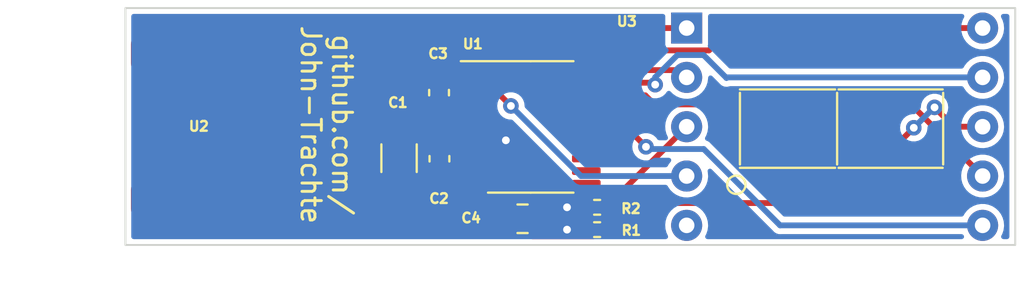
<source format=kicad_pcb>
(kicad_pcb (version 20211014) (generator pcbnew)
  (title_block (title "Career Fair Spring 24 Handout") (date "2024-01-09") (rev "0.11") (company "Johnathan Trachte"))
  (layers (0 "F.Cu" signal) (31 "B.Cu" signal) (34 "B.Paste" user) (35 "F.Paste" user) (36 "B.SilkS" user "B.Silkscreen") (37 "F.SilkS" user "F.Silkscreen") (38 "B.Mask" user) (39 "F.Mask" user) (44 "Edge.Cuts" user))
  (net 0 "")
  (net 1 "GND")
  (net 2 "/NRST")
  (net 3 "Net-(R1-Pad1)")
  (net 4 "Net-(R2-Pad1)")
  (net 5 "D")
  (net 6 "E")
  (net 7 "F")
  (net 13 "G")
  (net 14 "A")
  (net 15 "B")
  (net 16 "C")
  (net 22 "/VCAP")
  (net 23 "+5V")
  (footprint "PCB-USB:PCB-USB-PWR-connector" (layer "F.Cu") (at 132.525 93.94)
    (fp_text reference "U2" (at -0.005 -0.01 unlocked) (layer "F.SilkS") (effects (font (size 0.5 0.5) (thickness 0.125))))
    (fp_text value "PCB-USB-PWR-connector")
    (pad "1" smd roundrect (at 0 3.75) (size 7 2) (layers "F.Cu" "F.Paste" "F.Mask") (net 23 "+5V"))
    (pad "2" smd roundrect (at 0 -3.75) (size 7 2) (layers "F.Cu" "F.Paste" "F.Mask") (net 1 "GND"))
    (zone (net 0) (net_name "") (layer "F.Cu") (connect_pads (clearance 0)) (min_thickness 0.254)
      (keepout (tracks allowed) (vias allowed) (pads not_allowed) (copperpour not_allowed) (footprints not_allowed))
      (fill (thermal_gap 0.508) (thermal_bridge_width 0.508))
      (polygon (pts (xy 141.415 98.512) (xy 136.335 98.512) (xy 136.335 89.368) (xy 141.415 89.368)))
    )
  )
  (footprint "Package_SO:TSSOP-20_4.4x6.5mm_P0.65mm" (layer "F.Cu") (at 149.61 93.96)
    (fp_text reference "U1" (at -2.98 -4.27) (layer "F.SilkS") (effects (font (size 0.5 0.5) (thickness 0.125))))
    (fp_text value "STM8S103F3P")
    (fp_line (start 0 3.385) (end -2.2 3.385) (layer "F.SilkS") (width 0.12))
    (fp_line (start 0 -3.385) (end -3.6 -3.385) (layer "F.SilkS") (width 0.12))
    (fp_line (start 0 3.385) (end 2.2 3.385) (layer "F.SilkS") (width 0.12))
    (fp_line (start 0 -3.385) (end 2.2 -3.385) (layer "F.SilkS") (width 0.12))
    (pad "1" smd roundrect (at -2.8625 -2.925) (size 1.475 0.4) (layers "F.Cu" "F.Paste" "F.Mask") (net 6 "E"))
    (pad "2" smd roundrect (at -2.8625 -2.275) (size 1.475 0.4) (layers "F.Cu" "F.Paste" "F.Mask") (net 13 "G"))
    (pad "3" smd roundrect (at -2.8625 -1.625) (size 1.475 0.4) (layers "F.Cu" "F.Paste" "F.Mask") (net 16 "C"))
    (pad "4" smd roundrect (at -2.8625 -0.975) (size 1.475 0.4) (layers "F.Cu" "F.Paste" "F.Mask") (net 2 "/NRST"))
    (pad "5" smd roundrect (at -2.8625 -0.325) (size 1.475 0.4) (layers "F.Cu" "F.Paste" "F.Mask"))
    (pad "6" smd roundrect (at -2.8625 0.325) (size 1.475 0.4) (layers "F.Cu" "F.Paste" "F.Mask"))
    (pad "7" smd roundrect (at -2.8625 0.975) (size 1.475 0.4) (layers "F.Cu" "F.Paste" "F.Mask") (net 1 "GND"))
    (pad "8" smd roundrect (at -2.8625 1.625) (size 1.475 0.4) (layers "F.Cu" "F.Paste" "F.Mask") (net 22 "/VCAP"))
    (pad "9" smd roundrect (at -2.8625 2.275) (size 1.475 0.4) (layers "F.Cu" "F.Paste" "F.Mask") (net 23 "+5V"))
    (pad "10" smd roundrect (at -2.8625 2.925) (size 1.475 0.4) (layers "F.Cu" "F.Paste" "F.Mask"))
    (pad "11" smd roundrect (at 2.8625 2.925) (size 1.475 0.4) (layers "F.Cu" "F.Paste" "F.Mask"))
    (pad "12" smd roundrect (at 2.8625 2.275) (size 1.475 0.4) (layers "F.Cu" "F.Paste" "F.Mask"))
    (pad "13" smd roundrect (at 2.8625 1.625) (size 1.475 0.4) (layers "F.Cu" "F.Paste" "F.Mask"))
    (pad "14" smd roundrect (at 2.8625 0.975) (size 1.475 0.4) (layers "F.Cu" "F.Paste" "F.Mask"))
    (pad "15" smd roundrect (at 2.8625 0.325) (size 1.475 0.4) (layers "F.Cu" "F.Paste" "F.Mask"))
    (pad "16" smd roundrect (at 2.8625 -0.325) (size 1.475 0.4) (layers "F.Cu" "F.Paste" "F.Mask"))
    (pad "17" smd roundrect (at 2.8625 -0.975) (size 1.475 0.4) (layers "F.Cu" "F.Paste" "F.Mask") (net 15 "B"))
    (pad "18" smd roundrect (at 2.8625 -1.625) (size 1.475 0.4) (layers "F.Cu" "F.Paste" "F.Mask") (net 14 "A"))
    (pad "19" smd roundrect (at 2.8625 -2.275) (size 1.475 0.4) (layers "F.Cu" "F.Paste" "F.Mask") (net 7 "F"))
    (pad "20" smd roundrect (at 2.8625 -2.925) (size 1.475 0.4) (layers "F.Cu" "F.Paste" "F.Mask") (net 5 "D"))
  )
  (footprint "Capacitor_SMD:C_0603_1608Metric" (layer "F.Cu") (at 144.91 95.6 90)
    (fp_text reference "C2" (at -2.05 -0.02) (layer "F.SilkS") (effects (font (size 0.5 0.5) (thickness 0.125))))
    (fp_text value "100nF")
    (fp_line (start -0.14058 0.51) (end 0.14058 0.51) (layer "F.SilkS") (width 0.12))
    (fp_line (start -0.14058 -0.51) (end 0.14058 -0.51) (layer "F.SilkS") (width 0.12))
    (pad "1" smd roundrect (at -0.775 0 90) (size 0.9 0.95) (layers "F.Cu" "F.Paste" "F.Mask") (net 23 "+5V"))
    (pad "2" smd roundrect (at 0.775 0 90) (size 0.9 0.95) (layers "F.Cu" "F.Paste" "F.Mask") (net 1 "GND"))
  )
  (footprint "Capacitor_SMD:C_1206_3216Metric" (layer "F.Cu") (at 142.83 95.57 90)
    (fp_text reference "C1" (at 2.86 -0.06) (layer "F.SilkS") (effects (font (size 0.5 0.5) (thickness 0.125))))
    (fp_text value "100uF")
    (fp_line (start -0.711252 0.91) (end 0.711252 0.91) (layer "F.SilkS") (width 0.12))
    (fp_line (start -0.711252 -0.91) (end 0.711252 -0.91) (layer "F.SilkS") (width 0.12))
    (pad "1" smd roundrect (at -1.475 0 90) (size 1.15 1.8) (layers "F.Cu" "F.Paste" "F.Mask") (roundrect_rratio 0.217391) (net 23 "+5V"))
    (pad "2" smd roundrect (at 1.475 0 90) (size 1.15 1.8) (layers "F.Cu" "F.Paste" "F.Mask") (roundrect_rratio 0.217391) (net 1 "GND"))
  )
  (footprint "Capacitor_SMD:C_0805_2012Metric" (layer "F.Cu") (at 149.19 98.69)
    (fp_text reference "C4" (at -2.65 -0.04 180) (layer "F.SilkS") (effects (font (size 0.5 0.5) (thickness 0.125))))
    (fp_text value "500nF")
    (fp_line (start -0.261252 -0.735) (end 0.261252 -0.735) (layer "F.SilkS") (width 0.12))
    (fp_line (start -0.261252 0.735) (end 0.261252 0.735) (layer "F.SilkS") (width 0.12))
    (pad "1" smd roundrect (at -0.95 0) (size 1 1.45) (layers "F.Cu" "F.Paste" "F.Mask") (net 22 "/VCAP"))
    (pad "2" smd roundrect (at 0.95 0) (size 1 1.45) (layers "F.Cu" "F.Paste" "F.Mask") (net 1 "GND"))
  )
  (footprint "Resistor_SMD:R_0402_1005Metric" (layer "F.Cu") (at 153.03 98.1 180)
    (fp_text reference "R2" (at -1.74 -0.07 180) (layer "F.SilkS") (effects (font (size 0.5 0.5) (thickness 0.125))))
    (fp_text value "1kR")
    (fp_line (start -0.153641 -0.38) (end 0.153641 -0.38) (layer "F.SilkS") (width 0.12))
    (fp_line (start -0.153641 0.38) (end 0.153641 0.38) (layer "F.SilkS") (width 0.12))
    (pad "1" smd roundrect (at -0.51 0 180) (size 0.54 0.64) (layers "F.Cu" "F.Paste" "F.Mask") (net 4 "Net-(R2-Pad1)"))
    (pad "2" smd roundrect (at 0.51 0 180) (size 0.54 0.64) (layers "F.Cu" "F.Paste" "F.Mask") (net 1 "GND"))
  )
  (footprint "Display_7Segment:D1X8K" (layer "F.Cu") (at 157.64 88.87)
    (fp_text reference "U3" (at -3.08 -0.34) (layer "F.SilkS") (effects (font (size 0.5 0.5) (thickness 0.125))))
    (fp_text value "D168K")
    (fp_line (start 2.7438 3.3372) (end 2.7438 7.0202) (layer "F.SilkS") (width 0.12))
    (fp_line (start 13.1832 7.198) (end 7.8238 7.198) (layer "F.SilkS") (width 0.12))
    (fp_line (start 7.646 3.1594) (end 2.7438 3.1594) (layer "F.SilkS") (width 0.12))
    (fp_line (start 7.7476 3.3372) (end 7.7476 7.0202) (layer "F.SilkS") (width 0.12))
    (fp_line (start 13.2086 3.3372) (end 13.2086 7.0202) (layer "F.SilkS") (width 0.12))
    (fp_line (start 13.1832 3.1594) (end 7.8238 3.1594) (layer "F.SilkS") (width 0.12))
    (fp_line (start 7.646 7.198) (end 2.7438 7.198) (layer "F.SilkS") (width 0.12))
    (fp_circle (center 2.557533 8.07) (end 2.836933 7.689) (layer "F.SilkS") (width 0.12) (fill none))
    (pad "1" thru_hole rect (at 0 0 270) (size 1.6 1.6) (drill 0.8) (layers *.Cu *.Mask) (net 6 "E"))
    (pad "2" thru_hole circle (at 0 2.54 270) (size 1.6 1.6) (drill 0.8) (layers *.Cu *.Mask) (net 5 "D"))
    (pad "3" thru_hole circle (at 0 5.08 270) (size 1.6 1.6) (drill 0.8) (layers *.Cu *.Mask) (net 4 "Net-(R2-Pad1)"))
    (pad "4" thru_hole circle (at 0 7.62 270) (size 1.6 1.6) (drill 0.8) (layers *.Cu *.Mask) (net 16 "C"))
    (pad "5" thru_hole circle (at 0 10.16 270) (size 1.6 1.6) (drill 0.8) (layers *.Cu *.Mask))
    (pad "6" thru_hole circle (at 15.24 10.16 270) (size 1.6 1.6) (drill 0.8) (layers *.Cu *.Mask) (net 15 "B"))
    (pad "7" thru_hole circle (at 15.24 7.62 270) (size 1.6 1.6) (drill 0.8) (layers *.Cu *.Mask) (net 14 "A"))
    (pad "8" thru_hole circle (at 15.24 5.08 270) (size 1.6 1.6) (drill 0.8) (layers *.Cu *.Mask) (net 3 "Net-(R1-Pad1)"))
    (pad "9" thru_hole circle (at 15.24 2.54 270) (size 1.6 1.6) (drill 0.8) (layers *.Cu *.Mask) (net 7 "F"))
    (pad "10" thru_hole circle (at 15.24 0 270) (size 1.6 1.6) (drill 0.8) (layers *.Cu *.Mask) (net 13 "G"))
  )
  (footprint "Capacitor_SMD:C_0603_1608Metric" (layer "F.Cu") (at 144.89 92.195 90)
    (fp_text reference "C3" (at 2.005 -0.05 180) (layer "F.SilkS") (effects (font (size 0.5 0.5) (thickness 0.125))))
    (fp_text value "1uF")
    (fp_line (start -0.14058 -0.51) (end 0.14058 -0.51) (layer "F.SilkS") (width 0.12))
    (fp_line (start -0.14058 0.51) (end 0.14058 0.51) (layer "F.SilkS") (width 0.12))
    (pad "1" smd roundrect (at -0.775 0 90) (size 0.9 0.95) (layers "F.Cu" "F.Paste" "F.Mask") (net 2 "/NRST"))
    (pad "2" smd roundrect (at 0.775 0 90) (size 0.9 0.95) (layers "F.Cu" "F.Paste" "F.Mask") (net 1 "GND"))
  )
  (footprint "Resistor_SMD:R_0402_1005Metric" (layer "F.Cu") (at 153.03 99.25 180)
    (fp_text reference "R1" (at -1.76 -0.04 180) (layer "F.SilkS") (effects (font (size 0.5 0.5) (thickness 0.125))))
    (fp_text value "1kR")
    (fp_line (start -0.153641 -0.38) (end 0.153641 -0.38) (layer "F.SilkS") (width 0.12))
    (fp_line (start -0.153641 0.38) (end 0.153641 0.38) (layer "F.SilkS") (width 0.12))
    (pad "1" smd roundrect (at -0.51 0 180) (size 0.54 0.64) (layers "F.Cu" "F.Paste" "F.Mask") (net 3 "Net-(R1-Pad1)"))
    (pad "2" smd roundrect (at 0.51 0 180) (size 0.54 0.64) (layers "F.Cu" "F.Paste" "F.Mask") (net 1 "GND"))
  )
  (gr_rect (start 128.74 87.84) (end 174.56 100.04) (layer "Edge.Cuts") (width 0.1) (fill none))
  (gr_text "github.com/\nJohn-Trachte" (at 139.09 93.85 270) (layer "F.SilkS") (effects (font (size 1 1))))
  (segment (start 132.525 90.19) (end 143.66 90.19) (width 0.5) (layer "F.Cu") (net 1))
  (segment (start 145.02 94.935) (end 146.7475 94.935) (width 0.3) (layer "F.Cu") (net 1))
  (segment (start 148.045 94.935) (end 148.33 94.65) (width 0.3) (layer "F.Cu") (net 1))
  (segment (start 144.91 94.825) (end 145.02 94.935) (width 0.3) (layer "F.Cu") (net 1))
  (segment (start 143.66 90.19) (end 144.89 91.42) (width 0.5) (layer "F.Cu") (net 1))
  (segment (start 135.09 90.19) (end 138.995 94.095) (width 0.5) (layer "F.Cu") (net 1))
  (segment (start 132.525 90.19) (end 135.09 90.19) (width 0.5) (layer "F.Cu") (net 1))
  (segment (start 146.7475 94.935) (end 148.045 94.935) (width 0.3) (layer "F.Cu") (net 1))
  (segment (start 138.995 94.095) (end 142.83 94.095) (width 0.5) (layer "F.Cu") (net 1))
  (segment (start 144.18 94.095) (end 144.91 94.825) (width 0.5) (layer "F.Cu") (net 1))
  (segment (start 142.83 94.095) (end 144.18 94.095) (width 0.5) (layer "F.Cu") (net 1))
  (via (at 151.48 99.25) (size 0.8) (drill 0.4) (layers "F.Cu" "B.Cu") (net 1))
  (via (at 148.33 94.65) (size 0.8) (drill 0.4) (layers "F.Cu" "B.Cu") (net 1))
  (via (at 151.48 98.1) (size 0.8) (drill 0.4) (layers "F.Cu" "B.Cu") (net 1))
  (segment (start 144.89 92.97) (end 146.7325 92.97) (width 0.3) (layer "F.Cu") (net 2))
  (segment (start 146.7325 92.97) (end 146.7475 92.985) (width 0.3) (layer "F.Cu") (net 2))
  (segment (start 165.459511 97.880489) (end 154.909511 97.880489) (width 0.3) (layer "F.Cu") (net 3))
  (segment (start 169.335023 94.004977) (end 165.459511 97.880489) (width 0.3) (layer "F.Cu") (net 3))
  (segment (start 154.909511 97.880489) (end 153.54 99.25) (width 0.3) (layer "F.Cu") (net 3))
  (segment (start 171.399954 93.95) (end 170.404977 92.955023) (width 0.3) (layer "F.Cu") (net 3))
  (segment (start 172.88 93.95) (end 171.399954 93.95) (width 0.3) (layer "F.Cu") (net 3))
  (via (at 169.335023 94.004977) (size 0.8) (drill 0.4) (layers "F.Cu" "B.Cu") (net 3))
  (via (at 170.404977 92.955023) (size 0.8) (drill 0.4) (layers "F.Cu" "B.Cu") (net 3))
  (segment (start 170.404977 92.955023) (end 170.384977 92.955023) (width 0.3) (layer "B.Cu") (net 3))
  (segment (start 170.384977 92.955023) (end 169.335023 94.004977) (width 0.3) (layer "B.Cu") (net 3))
  (segment (start 153.54 98.05) (end 153.54 98.1) (width 0.3) (layer "F.Cu") (net 4))
  (segment (start 157.64 93.95) (end 153.54 98.05) (width 0.3) (layer "F.Cu") (net 4))
  (segment (start 157.265 91.035) (end 157.64 91.41) (width 0.3) (layer "F.Cu") (net 5))
  (segment (start 152.4725 91.035) (end 157.265 91.035) (width 0.3) (layer "F.Cu") (net 5))
  (segment (start 148.9125 88.87) (end 157.64 88.87) (width 0.3) (layer "F.Cu") (net 6))
  (segment (start 146.7475 91.035) (end 148.9125 88.87) (width 0.3) (layer "F.Cu") (net 6))
  (segment (start 152.4725 91.685) (end 155.9205 91.685) (width 0.3) (layer "F.Cu") (net 7))
  (segment (start 155.9205 91.685) (end 156.02 91.7845) (width 0.3) (layer "F.Cu") (net 7))
  (via (at 156.02 91.7845) (size 0.8) (drill 0.4) (layers "F.Cu" "B.Cu") (net 7))
  (segment (start 159.69 91.44) (end 159.72 91.41) (width 0.3) (layer "B.Cu") (net 7))
  (segment (start 157.164345 90.26) (end 158.51 90.26) (width 0.3) (layer "B.Cu") (net 7))
  (segment (start 156.02 91.7845) (end 156.02 91.404345) (width 0.3) (layer "B.Cu") (net 7))
  (segment (start 156.02 91.404345) (end 157.164345 90.26) (width 0.3) (layer "B.Cu") (net 7))
  (segment (start 158.51 90.26) (end 159.69 91.44) (width 0.3) (layer "B.Cu") (net 7))
  (segment (start 159.72 91.41) (end 172.88 91.41) (width 0.3) (layer "B.Cu") (net 7))
  (segment (start 148.47 90.685717) (end 147.470717 91.685) (width 0.3) (layer "F.Cu") (net 13))
  (segment (start 158.789511 90.019511) (end 148.730489 90.019511) (width 0.3) (layer "F.Cu") (net 13))
  (segment (start 147.470717 91.685) (end 146.7475 91.685) (width 0.3) (layer "F.Cu") (net 13))
  (segment (start 148.730489 90.019511) (end 148.47 90.28) (width 0.3) (layer "F.Cu") (net 13))
  (segment (start 159.939022 88.87) (end 158.789511 90.019511) (width 0.3) (layer "F.Cu") (net 13))
  (segment (start 148.47 90.28) (end 148.47 90.685717) (width 0.3) (layer "F.Cu") (net 13))
  (segment (start 172.88 88.87) (end 159.939022 88.87) (width 0.3) (layer "F.Cu") (net 13))
  (segment (start 169.190489 92.800489) (end 172.88 96.49) (width 0.3) (layer "F.Cu") (net 14))
  (segment (start 155.51053 92.335) (end 155.976019 92.800489) (width 0.3) (layer "F.Cu") (net 14))
  (segment (start 155.976019 92.800489) (end 169.190489 92.800489) (width 0.3) (layer "F.Cu") (net 14))
  (segment (start 152.4725 92.335) (end 155.51053 92.335) (width 0.3) (layer "F.Cu") (net 14))
  (segment (start 153.545 92.985) (end 155.545023 94.985023) (width 0.3) (layer "F.Cu") (net 15))
  (segment (start 152.4725 92.985) (end 153.545 92.985) (width 0.3) (layer "F.Cu") (net 15))
  (via (at 155.545023 94.985023) (size 0.8) (drill 0.4) (layers "F.Cu" "B.Cu") (net 15))
  (segment (start 155.659511 95.099511) (end 158.519511 95.099511) (width 0.3) (layer "B.Cu") (net 15))
  (segment (start 155.545023 94.985023) (end 155.659511 95.099511) (width 0.3) (layer "B.Cu") (net 15))
  (segment (start 158.519511 95.099511) (end 162.45 99.03) (width 0.3) (layer "B.Cu") (net 15))
  (segment (start 162.45 99.03) (end 172.88 99.03) (width 0.3) (layer "B.Cu") (net 15))
  (segment (start 146.7475 92.335) (end 148.045 92.335) (width 0.3) (layer "F.Cu") (net 16))
  (segment (start 148.045 92.335) (end 148.59 92.88) (width 0.3) (layer "F.Cu") (net 16))
  (via (at 148.59 92.88) (size 0.8) (drill 0.4) (layers "F.Cu" "B.Cu") (net 16))
  (segment (start 148.59 92.88) (end 152.2 96.49) (width 0.3) (layer "B.Cu") (net 16))
  (segment (start 152.2 96.49) (end 157.64 96.49) (width 0.3) (layer "B.Cu") (net 16))
  (segment (start 148.24 95.82) (end 148.005 95.585) (width 0.3) (layer "F.Cu") (net 22))
  (segment (start 148.24 98.69) (end 148.24 95.82) (width 0.3) (layer "F.Cu") (net 22))
  (segment (start 148.005 95.585) (end 146.7475 95.585) (width 0.3) (layer "F.Cu") (net 22))
  (segment (start 144.91 96.375) (end 145.05 96.235) (width 0.3) (layer "F.Cu") (net 23))
  (segment (start 144.24 97.045) (end 144.91 96.375) (width 0.5) (layer "F.Cu") (net 23))
  (segment (start 132.525 97.69) (end 142.185 97.69) (width 0.5) (layer "F.Cu") (net 23))
  (segment (start 142.185 97.69) (end 142.83 97.045) (width 0.5) (layer "F.Cu") (net 23))
  (segment (start 142.83 97.045) (end 144.24 97.045) (width 0.5) (layer "F.Cu") (net 23))
  (segment (start 145.05 96.235) (end 146.7475 96.235) (width 0.3) (layer "F.Cu") (net 23))
  (zone (net 1) (net_name "GND") (layer "F.Cu") (connect_pads yes (clearance 0.3)) (min_thickness 0.25) (fill yes (thermal_gap 0.508) (thermal_bridge_width 0.508))
    (polygon (pts (xy 153.02 97.88) (xy 153.02 99.63) (xy 152.74 99.88) (xy 149.92 99.88) (xy 149.45 99.63) (xy 149.45 97.93) (xy 149.86 97.58) (xy 152.74 97.58)))
  )
  (zone (net 1) (net_name "GND") (layer "B.Cu") (connect_pads (clearance 0.3)) (min_thickness 0.25) (fill yes (thermal_gap 0.5) (thermal_bridge_width 0.5))
    (polygon (pts (xy 174.581524 87.830624) (xy 174.571524 100.030624) (xy 128.738128 100.028612) (xy 128.748128 87.838612)))
  )
)
</source>
